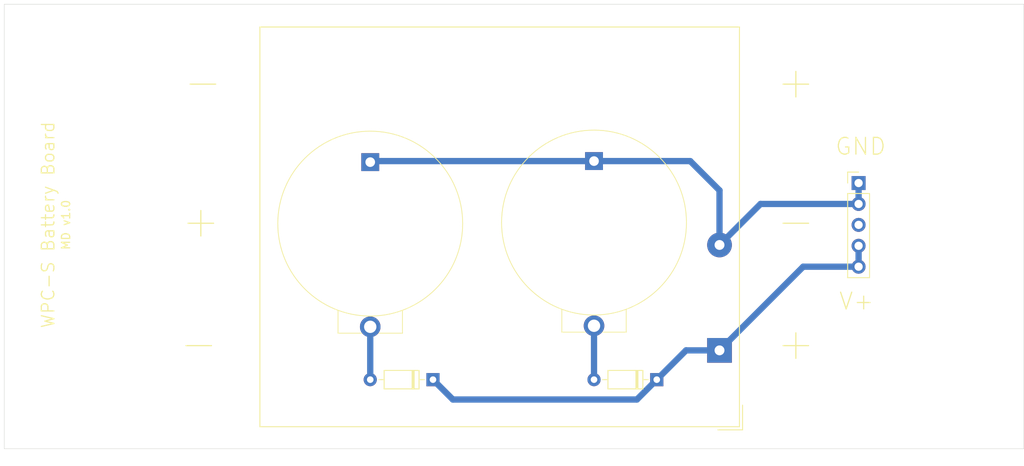
<source format=kicad_pcb>
(kicad_pcb (version 20171130) (host pcbnew 5.1.10-88a1d61d58~88~ubuntu20.04.1)

  (general
    (thickness 1.6)
    (drawings 14)
    (tracks 19)
    (zones 0)
    (modules 10)
    (nets 6)
  )

  (page A4)
  (layers
    (0 F.Cu signal)
    (31 B.Cu signal)
    (32 B.Adhes user)
    (33 F.Adhes user)
    (34 B.Paste user)
    (35 F.Paste user)
    (36 B.SilkS user)
    (37 F.SilkS user)
    (38 B.Mask user)
    (39 F.Mask user)
    (40 Dwgs.User user)
    (41 Cmts.User user)
    (42 Eco1.User user)
    (43 Eco2.User user)
    (44 Edge.Cuts user)
    (45 Margin user)
    (46 B.CrtYd user)
    (47 F.CrtYd user)
    (48 B.Fab user)
    (49 F.Fab user)
  )

  (setup
    (last_trace_width 0.25)
    (user_trace_width 0.508)
    (user_trace_width 0.762)
    (trace_clearance 0.2)
    (zone_clearance 0.508)
    (zone_45_only no)
    (trace_min 0.2)
    (via_size 0.8)
    (via_drill 0.4)
    (via_min_size 0.4)
    (via_min_drill 0.3)
    (uvia_size 0.3)
    (uvia_drill 0.1)
    (uvias_allowed no)
    (uvia_min_size 0.2)
    (uvia_min_drill 0.1)
    (edge_width 0.05)
    (segment_width 0.2)
    (pcb_text_width 0.3)
    (pcb_text_size 1.5 1.5)
    (mod_edge_width 0.12)
    (mod_text_size 1 1)
    (mod_text_width 0.15)
    (pad_size 1.524 1.524)
    (pad_drill 0.762)
    (pad_to_mask_clearance 0)
    (aux_axis_origin 0 0)
    (grid_origin 101.6 117.475)
    (visible_elements FFFFFF7F)
    (pcbplotparams
      (layerselection 0x010fc_ffffffff)
      (usegerberextensions true)
      (usegerberattributes false)
      (usegerberadvancedattributes false)
      (creategerberjobfile false)
      (excludeedgelayer true)
      (linewidth 0.100000)
      (plotframeref false)
      (viasonmask false)
      (mode 1)
      (useauxorigin false)
      (hpglpennumber 1)
      (hpglpenspeed 20)
      (hpglpendiameter 15.000000)
      (psnegative false)
      (psa4output false)
      (plotreference true)
      (plotvalue false)
      (plotinvisibletext false)
      (padsonsilk false)
      (subtractmaskfromsilk true)
      (outputformat 1)
      (mirror false)
      (drillshape 0)
      (scaleselection 1)
      (outputdirectory "gerbers/"))
  )

  (net 0 "")
  (net 1 "Net-(BT1-Pad2)")
  (net 2 "Net-(BT1-Pad1)")
  (net 3 "Net-(J1-Pad3)")
  (net 4 "Net-(BT2-PadPos)")
  (net 5 "Net-(BT3-PadPos)")

  (net_class Default "This is the default net class."
    (clearance 0.2)
    (trace_width 0.25)
    (via_dia 0.8)
    (via_drill 0.4)
    (uvia_dia 0.3)
    (uvia_drill 0.1)
    (add_net "Net-(BT1-Pad1)")
    (add_net "Net-(BT1-Pad2)")
    (add_net "Net-(BT2-PadPos)")
    (add_net "Net-(BT3-PadPos)")
    (add_net "Net-(J1-Pad3)")
  )

  (module Diode_THT:D_DO-35_SOD27_P7.62mm_Horizontal (layer F.Cu) (tedit 5AE50CD5) (tstamp 60AC2D17)
    (at 180.848 109.093 180)
    (descr "Diode, DO-35_SOD27 series, Axial, Horizontal, pin pitch=7.62mm, , length*diameter=4*2mm^2, , http://www.diodes.com/_files/packages/DO-35.pdf")
    (tags "Diode DO-35_SOD27 series Axial Horizontal pin pitch 7.62mm  length 4mm diameter 2mm")
    (path /60AC40AA)
    (fp_text reference D2 (at 3.81 -2.12) (layer F.SilkS) hide
      (effects (font (size 1 1) (thickness 0.15)))
    )
    (fp_text value 1N4148 (at 3.81 2.12) (layer F.Fab)
      (effects (font (size 1 1) (thickness 0.15)))
    )
    (fp_line (start 1.81 -1) (end 1.81 1) (layer F.Fab) (width 0.1))
    (fp_line (start 1.81 1) (end 5.81 1) (layer F.Fab) (width 0.1))
    (fp_line (start 5.81 1) (end 5.81 -1) (layer F.Fab) (width 0.1))
    (fp_line (start 5.81 -1) (end 1.81 -1) (layer F.Fab) (width 0.1))
    (fp_line (start 0 0) (end 1.81 0) (layer F.Fab) (width 0.1))
    (fp_line (start 7.62 0) (end 5.81 0) (layer F.Fab) (width 0.1))
    (fp_line (start 2.41 -1) (end 2.41 1) (layer F.Fab) (width 0.1))
    (fp_line (start 2.51 -1) (end 2.51 1) (layer F.Fab) (width 0.1))
    (fp_line (start 2.31 -1) (end 2.31 1) (layer F.Fab) (width 0.1))
    (fp_line (start 1.69 -1.12) (end 1.69 1.12) (layer F.SilkS) (width 0.12))
    (fp_line (start 1.69 1.12) (end 5.93 1.12) (layer F.SilkS) (width 0.12))
    (fp_line (start 5.93 1.12) (end 5.93 -1.12) (layer F.SilkS) (width 0.12))
    (fp_line (start 5.93 -1.12) (end 1.69 -1.12) (layer F.SilkS) (width 0.12))
    (fp_line (start 1.04 0) (end 1.69 0) (layer F.SilkS) (width 0.12))
    (fp_line (start 6.58 0) (end 5.93 0) (layer F.SilkS) (width 0.12))
    (fp_line (start 2.41 -1.12) (end 2.41 1.12) (layer F.SilkS) (width 0.12))
    (fp_line (start 2.53 -1.12) (end 2.53 1.12) (layer F.SilkS) (width 0.12))
    (fp_line (start 2.29 -1.12) (end 2.29 1.12) (layer F.SilkS) (width 0.12))
    (fp_line (start -1.05 -1.25) (end -1.05 1.25) (layer F.CrtYd) (width 0.05))
    (fp_line (start -1.05 1.25) (end 8.67 1.25) (layer F.CrtYd) (width 0.05))
    (fp_line (start 8.67 1.25) (end 8.67 -1.25) (layer F.CrtYd) (width 0.05))
    (fp_line (start 8.67 -1.25) (end -1.05 -1.25) (layer F.CrtYd) (width 0.05))
    (fp_text user K (at 0 -1.8) (layer F.SilkS) hide
      (effects (font (size 1 1) (thickness 0.15)))
    )
    (fp_text user K (at 0 -1.8) (layer F.Fab)
      (effects (font (size 1 1) (thickness 0.15)))
    )
    (fp_text user %R (at 4.11 0) (layer F.Fab)
      (effects (font (size 0.8 0.8) (thickness 0.12)))
    )
    (pad 2 thru_hole oval (at 7.62 0 180) (size 1.6 1.6) (drill 0.8) (layers *.Cu *.Mask)
      (net 5 "Net-(BT3-PadPos)"))
    (pad 1 thru_hole rect (at 0 0 180) (size 1.6 1.6) (drill 0.8) (layers *.Cu *.Mask)
      (net 2 "Net-(BT1-Pad1)"))
    (model ${KISYS3DMOD}/Diode_THT.3dshapes/D_DO-35_SOD27_P7.62mm_Horizontal.wrl
      (at (xyz 0 0 0))
      (scale (xyz 1 1 1))
      (rotate (xyz 0 0 0))
    )
  )

  (module Diode_THT:D_DO-35_SOD27_P7.62mm_Horizontal (layer F.Cu) (tedit 5AE50CD5) (tstamp 60AC2CF8)
    (at 153.67 109.093 180)
    (descr "Diode, DO-35_SOD27 series, Axial, Horizontal, pin pitch=7.62mm, , length*diameter=4*2mm^2, , http://www.diodes.com/_files/packages/DO-35.pdf")
    (tags "Diode DO-35_SOD27 series Axial Horizontal pin pitch 7.62mm  length 4mm diameter 2mm")
    (path /60AC515D)
    (fp_text reference D1 (at 3.81 -2.12) (layer F.SilkS) hide
      (effects (font (size 1 1) (thickness 0.15)))
    )
    (fp_text value 1N4148 (at 3.81 2.12) (layer F.Fab)
      (effects (font (size 1 1) (thickness 0.15)))
    )
    (fp_line (start 1.81 -1) (end 1.81 1) (layer F.Fab) (width 0.1))
    (fp_line (start 1.81 1) (end 5.81 1) (layer F.Fab) (width 0.1))
    (fp_line (start 5.81 1) (end 5.81 -1) (layer F.Fab) (width 0.1))
    (fp_line (start 5.81 -1) (end 1.81 -1) (layer F.Fab) (width 0.1))
    (fp_line (start 0 0) (end 1.81 0) (layer F.Fab) (width 0.1))
    (fp_line (start 7.62 0) (end 5.81 0) (layer F.Fab) (width 0.1))
    (fp_line (start 2.41 -1) (end 2.41 1) (layer F.Fab) (width 0.1))
    (fp_line (start 2.51 -1) (end 2.51 1) (layer F.Fab) (width 0.1))
    (fp_line (start 2.31 -1) (end 2.31 1) (layer F.Fab) (width 0.1))
    (fp_line (start 1.69 -1.12) (end 1.69 1.12) (layer F.SilkS) (width 0.12))
    (fp_line (start 1.69 1.12) (end 5.93 1.12) (layer F.SilkS) (width 0.12))
    (fp_line (start 5.93 1.12) (end 5.93 -1.12) (layer F.SilkS) (width 0.12))
    (fp_line (start 5.93 -1.12) (end 1.69 -1.12) (layer F.SilkS) (width 0.12))
    (fp_line (start 1.04 0) (end 1.69 0) (layer F.SilkS) (width 0.12))
    (fp_line (start 6.58 0) (end 5.93 0) (layer F.SilkS) (width 0.12))
    (fp_line (start 2.41 -1.12) (end 2.41 1.12) (layer F.SilkS) (width 0.12))
    (fp_line (start 2.53 -1.12) (end 2.53 1.12) (layer F.SilkS) (width 0.12))
    (fp_line (start 2.29 -1.12) (end 2.29 1.12) (layer F.SilkS) (width 0.12))
    (fp_line (start -1.05 -1.25) (end -1.05 1.25) (layer F.CrtYd) (width 0.05))
    (fp_line (start -1.05 1.25) (end 8.67 1.25) (layer F.CrtYd) (width 0.05))
    (fp_line (start 8.67 1.25) (end 8.67 -1.25) (layer F.CrtYd) (width 0.05))
    (fp_line (start 8.67 -1.25) (end -1.05 -1.25) (layer F.CrtYd) (width 0.05))
    (fp_text user K (at 0 -1.8) (layer F.SilkS) hide
      (effects (font (size 1 1) (thickness 0.15)))
    )
    (fp_text user K (at 0 -1.8) (layer F.Fab)
      (effects (font (size 1 1) (thickness 0.15)))
    )
    (fp_text user %R (at 4.11 0) (layer F.Fab)
      (effects (font (size 0.8 0.8) (thickness 0.12)))
    )
    (pad 2 thru_hole oval (at 7.62 0 180) (size 1.6 1.6) (drill 0.8) (layers *.Cu *.Mask)
      (net 4 "Net-(BT2-PadPos)"))
    (pad 1 thru_hole rect (at 0 0 180) (size 1.6 1.6) (drill 0.8) (layers *.Cu *.Mask)
      (net 2 "Net-(BT1-Pad1)"))
    (model ${KISYS3DMOD}/Diode_THT.3dshapes/D_DO-35_SOD27_P7.62mm_Horizontal.wrl
      (at (xyz 0 0 0))
      (scale (xyz 1 1 1))
      (rotate (xyz 0 0 0))
    )
  )

  (module dkbattery:Battery_Holder_Coin_2032_BS-7 (layer F.Cu) (tedit 5ACD0859) (tstamp 60AC2CD9)
    (at 173.228 82.55 270)
    (descr http://www.memoryprotectiondevices.com/datasheets/BS-7-datasheet.pdf)
    (path /60AD4A6A)
    (fp_text reference BT3 (at 7.52856 -12.3063 90) (layer F.SilkS) hide
      (effects (font (size 1 1) (thickness 0.15)))
    )
    (fp_text value CR2032 (at 7.4676 13.56 90) (layer F.Fab)
      (effects (font (size 1 1) (thickness 0.15)))
    )
    (fp_line (start -3.9624 11.43) (end 21.5138 11.43) (layer F.CrtYd) (width 0.05))
    (fp_line (start -3.9624 -11.43) (end 21.5138 -11.43) (layer F.CrtYd) (width 0.05))
    (fp_line (start 21.5138 -11.43) (end 21.5138 11.43) (layer F.CrtYd) (width 0.05))
    (fp_line (start -3.9624 -11.43) (end -3.9624 11.43) (layer F.CrtYd) (width 0.05))
    (fp_line (start 20.7772 3.9116) (end 20.7772 1.0668) (layer F.SilkS) (width 0.1))
    (fp_line (start 20.7772 -3.9116) (end 20.7772 -1.0668) (layer F.SilkS) (width 0.1))
    (fp_line (start 18.034 3.9116) (end 20.7772 3.9116) (layer F.SilkS) (width 0.1))
    (fp_line (start 18.034 -3.9116) (end 20.7772 -3.9116) (layer F.SilkS) (width 0.1))
    (fp_line (start 20.6756 -3.81) (end 20.6756 3.81) (layer F.Fab) (width 0.1))
    (fp_line (start 17.9832 3.81) (end 20.6756 3.81) (layer F.Fab) (width 0.1))
    (fp_line (start 17.9832 -3.81) (end 20.6756 -3.81) (layer F.Fab) (width 0.1))
    (fp_circle (center 7.4676 0) (end -3.7592 0) (layer F.SilkS) (width 0.1))
    (fp_circle (center 7.4676 0) (end -3.7084 0) (layer F.Fab) (width 0.1))
    (fp_text user %R (at 7.4676 0 90) (layer F.Fab)
      (effects (font (size 1 1) (thickness 0.15)))
    )
    (pad Pos thru_hole circle (at 20 0 270) (size 2.5 2.5) (drill 1.5) (layers *.Cu *.Mask)
      (net 5 "Net-(BT3-PadPos)"))
    (pad Neg thru_hole rect (at 0 0 270) (size 2.17 2.17) (drill 1.17) (layers *.Cu *.Mask)
      (net 1 "Net-(BT1-Pad2)"))
  )

  (module dkbattery:Battery_Holder_Coin_2032_BS-7 (layer F.Cu) (tedit 5ACD0859) (tstamp 60AC01FF)
    (at 146.05 82.677 270)
    (descr http://www.memoryprotectiondevices.com/datasheets/BS-7-datasheet.pdf)
    (path /60AD1813)
    (fp_text reference BT2 (at 7.52856 -12.3063 90) (layer F.SilkS) hide
      (effects (font (size 1 1) (thickness 0.15)))
    )
    (fp_text value CR2032 (at 7.4676 13.56 90) (layer F.Fab)
      (effects (font (size 1 1) (thickness 0.15)))
    )
    (fp_line (start -3.9624 11.43) (end 21.5138 11.43) (layer F.CrtYd) (width 0.05))
    (fp_line (start -3.9624 -11.43) (end 21.5138 -11.43) (layer F.CrtYd) (width 0.05))
    (fp_line (start 21.5138 -11.43) (end 21.5138 11.43) (layer F.CrtYd) (width 0.05))
    (fp_line (start -3.9624 -11.43) (end -3.9624 11.43) (layer F.CrtYd) (width 0.05))
    (fp_line (start 20.7772 3.9116) (end 20.7772 1.0668) (layer F.SilkS) (width 0.1))
    (fp_line (start 20.7772 -3.9116) (end 20.7772 -1.0668) (layer F.SilkS) (width 0.1))
    (fp_line (start 18.034 3.9116) (end 20.7772 3.9116) (layer F.SilkS) (width 0.1))
    (fp_line (start 18.034 -3.9116) (end 20.7772 -3.9116) (layer F.SilkS) (width 0.1))
    (fp_line (start 20.6756 -3.81) (end 20.6756 3.81) (layer F.Fab) (width 0.1))
    (fp_line (start 17.9832 3.81) (end 20.6756 3.81) (layer F.Fab) (width 0.1))
    (fp_line (start 17.9832 -3.81) (end 20.6756 -3.81) (layer F.Fab) (width 0.1))
    (fp_circle (center 7.4676 0) (end -3.7592 0) (layer F.SilkS) (width 0.1))
    (fp_circle (center 7.4676 0) (end -3.7084 0) (layer F.Fab) (width 0.1))
    (fp_text user %R (at 7.4676 0 90) (layer F.Fab)
      (effects (font (size 1 1) (thickness 0.15)))
    )
    (pad Pos thru_hole circle (at 20 0 270) (size 2.5 2.5) (drill 1.5) (layers *.Cu *.Mask)
      (net 4 "Net-(BT2-PadPos)"))
    (pad Neg thru_hole rect (at 0 0 270) (size 2.17 2.17) (drill 1.17) (layers *.Cu *.Mask)
      (net 1 "Net-(BT1-Pad2)"))
  )

  (module MountingHole:MountingHole_5mm (layer F.Cu) (tedit 56D1B4CB) (tstamp 60AC56CD)
    (at 219.86875 112.7125)
    (descr "Mounting Hole 5mm, no annular")
    (tags "mounting hole 5mm no annular")
    (path /60AC673E)
    (attr virtual)
    (fp_text reference H4 (at 0 -6) (layer F.SilkS) hide
      (effects (font (size 1 1) (thickness 0.15)))
    )
    (fp_text value MountingHole (at 0 6) (layer F.Fab)
      (effects (font (size 1 1) (thickness 0.15)))
    )
    (fp_circle (center 0 0) (end 5.25 0) (layer F.CrtYd) (width 0.05))
    (fp_circle (center 0 0) (end 5 0) (layer Cmts.User) (width 0.15))
    (fp_text user %R (at 0.3 0) (layer F.Fab)
      (effects (font (size 1 1) (thickness 0.15)))
    )
    (pad 1 np_thru_hole circle (at 0 0) (size 5 5) (drill 5) (layers *.Cu *.Mask))
  )

  (module MountingHole:MountingHole_5mm (layer F.Cu) (tedit 56D1B4CB) (tstamp 60AC56C5)
    (at 219.86875 68.2625)
    (descr "Mounting Hole 5mm, no annular")
    (tags "mounting hole 5mm no annular")
    (path /60AC64C4)
    (attr virtual)
    (fp_text reference H3 (at 0 -6) (layer F.SilkS) hide
      (effects (font (size 1 1) (thickness 0.15)))
    )
    (fp_text value MountingHole (at 0 6) (layer F.Fab)
      (effects (font (size 1 1) (thickness 0.15)))
    )
    (fp_circle (center 0 0) (end 5.25 0) (layer F.CrtYd) (width 0.05))
    (fp_circle (center 0 0) (end 5 0) (layer Cmts.User) (width 0.15))
    (fp_text user %R (at 0.3 0) (layer F.Fab)
      (effects (font (size 1 1) (thickness 0.15)))
    )
    (pad 1 np_thru_hole circle (at 0 0) (size 5 5) (drill 5) (layers *.Cu *.Mask))
  )

  (module MountingHole:MountingHole_5mm (layer F.Cu) (tedit 56D1B4CB) (tstamp 60AC56BD)
    (at 106.3625 112.7125)
    (descr "Mounting Hole 5mm, no annular")
    (tags "mounting hole 5mm no annular")
    (path /60AC6321)
    (attr virtual)
    (fp_text reference H2 (at 0 -6) (layer F.SilkS) hide
      (effects (font (size 1 1) (thickness 0.15)))
    )
    (fp_text value MountingHole (at 0 6) (layer F.Fab)
      (effects (font (size 1 1) (thickness 0.15)))
    )
    (fp_circle (center 0 0) (end 5.25 0) (layer F.CrtYd) (width 0.05))
    (fp_circle (center 0 0) (end 5 0) (layer Cmts.User) (width 0.15))
    (fp_text user %R (at 0.3 0) (layer F.Fab)
      (effects (font (size 1 1) (thickness 0.15)))
    )
    (pad 1 np_thru_hole circle (at 0 0) (size 5 5) (drill 5) (layers *.Cu *.Mask))
  )

  (module MountingHole:MountingHole_5mm (layer F.Cu) (tedit 56D1B4CB) (tstamp 60AC56B5)
    (at 106.3625 68.2625)
    (descr "Mounting Hole 5mm, no annular")
    (tags "mounting hole 5mm no annular")
    (path /60AC5706)
    (attr virtual)
    (fp_text reference H1 (at 0 -6) (layer F.SilkS) hide
      (effects (font (size 1 1) (thickness 0.15)))
    )
    (fp_text value MountingHole (at 0 6) (layer F.Fab)
      (effects (font (size 1 1) (thickness 0.15)))
    )
    (fp_circle (center 0 0) (end 5.25 0) (layer F.CrtYd) (width 0.05))
    (fp_circle (center 0 0) (end 5 0) (layer Cmts.User) (width 0.15))
    (fp_text user %R (at 0.3 0) (layer F.Fab)
      (effects (font (size 1 1) (thickness 0.15)))
    )
    (pad 1 np_thru_hole circle (at 0 0) (size 5 5) (drill 5) (layers *.Cu *.Mask))
  )

  (module Connector_PinHeader_2.54mm:PinHeader_1x05_P2.54mm_Vertical (layer F.Cu) (tedit 59FED5CC) (tstamp 60AC0218)
    (at 205.359 85.217)
    (descr "Through hole straight pin header, 1x05, 2.54mm pitch, single row")
    (tags "Through hole pin header THT 1x05 2.54mm single row")
    (path /60ABEAA0)
    (fp_text reference J1 (at 0 -2.33) (layer F.SilkS) hide
      (effects (font (size 1 1) (thickness 0.15)))
    )
    (fp_text value "Molex 70543-0004" (at 0 12.49) (layer F.Fab)
      (effects (font (size 1 1) (thickness 0.15)))
    )
    (fp_line (start 1.8 -1.8) (end -1.8 -1.8) (layer F.CrtYd) (width 0.05))
    (fp_line (start 1.8 11.95) (end 1.8 -1.8) (layer F.CrtYd) (width 0.05))
    (fp_line (start -1.8 11.95) (end 1.8 11.95) (layer F.CrtYd) (width 0.05))
    (fp_line (start -1.8 -1.8) (end -1.8 11.95) (layer F.CrtYd) (width 0.05))
    (fp_line (start -1.33 -1.33) (end 0 -1.33) (layer F.SilkS) (width 0.12))
    (fp_line (start -1.33 0) (end -1.33 -1.33) (layer F.SilkS) (width 0.12))
    (fp_line (start -1.33 1.27) (end 1.33 1.27) (layer F.SilkS) (width 0.12))
    (fp_line (start 1.33 1.27) (end 1.33 11.49) (layer F.SilkS) (width 0.12))
    (fp_line (start -1.33 1.27) (end -1.33 11.49) (layer F.SilkS) (width 0.12))
    (fp_line (start -1.33 11.49) (end 1.33 11.49) (layer F.SilkS) (width 0.12))
    (fp_line (start -1.27 -0.635) (end -0.635 -1.27) (layer F.Fab) (width 0.1))
    (fp_line (start -1.27 11.43) (end -1.27 -0.635) (layer F.Fab) (width 0.1))
    (fp_line (start 1.27 11.43) (end -1.27 11.43) (layer F.Fab) (width 0.1))
    (fp_line (start 1.27 -1.27) (end 1.27 11.43) (layer F.Fab) (width 0.1))
    (fp_line (start -0.635 -1.27) (end 1.27 -1.27) (layer F.Fab) (width 0.1))
    (fp_text user %R (at 0 5.08 90) (layer F.Fab)
      (effects (font (size 1 1) (thickness 0.15)))
    )
    (pad 5 thru_hole oval (at 0 10.16) (size 1.7 1.7) (drill 1) (layers *.Cu *.Mask)
      (net 2 "Net-(BT1-Pad1)"))
    (pad 4 thru_hole oval (at 0 7.62) (size 1.7 1.7) (drill 1) (layers *.Cu *.Mask)
      (net 2 "Net-(BT1-Pad1)"))
    (pad 3 thru_hole oval (at 0 5.08) (size 1.7 1.7) (drill 1) (layers *.Cu *.Mask)
      (net 3 "Net-(J1-Pad3)"))
    (pad 2 thru_hole oval (at 0 2.54) (size 1.7 1.7) (drill 1) (layers *.Cu *.Mask)
      (net 1 "Net-(BT1-Pad2)"))
    (pad 1 thru_hole rect (at 0 0) (size 1.7 1.7) (drill 1) (layers *.Cu *.Mask)
      (net 1 "Net-(BT1-Pad2)"))
    (model ${KISYS3DMOD}/Connector_PinHeader_2.54mm.3dshapes/PinHeader_1x05_P2.54mm_Vertical.wrl
      (at (xyz 0 0 0))
      (scale (xyz 1 1 1))
      (rotate (xyz 0 0 0))
    )
  )

  (module Battery:BatteryHolder_TruPower_BH-331P_3xAA (layer F.Cu) (tedit 5C55E623) (tstamp 60AC01D4)
    (at 188.468 105.537 180)
    (descr "Keystone Battery Holder BH-331P Battery Type 3xAA (Script generated with StandardBox.py) (Keystone Battery Holder BH-331P Battery Type 3xAA)")
    (tags "Battery Holder BH-331P Battery Type 3xAA")
    (path /60ABF2BB)
    (fp_text reference BT1 (at 0.2 -10.35) (layer F.SilkS) hide
      (effects (font (size 1 1) (thickness 0.15)))
    )
    (fp_text value 3xAA (at 26.7 40.15) (layer F.Fab)
      (effects (font (size 1 1) (thickness 0.15)))
    )
    (fp_line (start -2.55 -9.4) (end -2.55 39.4) (layer F.CrtYd) (width 0.05))
    (fp_line (start -2.55 39.4) (end 55.95 39.4) (layer F.CrtYd) (width 0.05))
    (fp_line (start 55.95 -9.4) (end 55.95 39.4) (layer F.CrtYd) (width 0.05))
    (fp_line (start -2.55 -9.4) (end 55.95 -9.4) (layer F.CrtYd) (width 0.05))
    (fp_line (start -2.42 -9.27) (end -2.42 39.27) (layer F.SilkS) (width 0.12))
    (fp_line (start -2.42 39.27) (end 55.82 39.27) (layer F.SilkS) (width 0.12))
    (fp_line (start 55.82 -9.27) (end 55.82 39.27) (layer F.SilkS) (width 0.12))
    (fp_line (start -2.42 -9.27) (end 55.82 -9.27) (layer F.SilkS) (width 0.12))
    (fp_line (start -2.8 -9.65) (end 0.2 -9.65) (layer F.SilkS) (width 0.12))
    (fp_line (start -2.8 -6.65) (end -2.8 -9.65) (layer F.SilkS) (width 0.12))
    (fp_line (start -2.3 -8.15) (end -1.3 -9.15) (layer F.Fab) (width 0.1))
    (fp_line (start -2.3 39.15) (end -2.3 -8.15) (layer F.Fab) (width 0.1))
    (fp_line (start 55.7 39.15) (end -2.3 39.15) (layer F.Fab) (width 0.1))
    (fp_line (start 55.7 -9.15) (end 55.7 39.15) (layer F.Fab) (width 0.1))
    (fp_line (start -1.3 -9.15) (end 55.7 -9.15) (layer F.Fab) (width 0.1))
    (fp_text user + (at -4.5 0) (layer F.SilkS) hide
      (effects (font (size 2.999999 2.999999) (thickness 0.15)))
    )
    (fp_text user %R (at 26.7 15) (layer F.Fab)
      (effects (font (size 1 1) (thickness 0.15)))
    )
    (pad "" np_thru_hole circle (at 26.7 30 180) (size 3.5 3.5) (drill 3.5) (layers *.Cu *.Mask))
    (pad "" np_thru_hole circle (at 26.7 0 180) (size 3.5 3.5) (drill 3.5) (layers *.Cu *.Mask))
    (pad 2 thru_hole circle (at 0 12.8 180) (size 3 3) (drill 1.2) (layers *.Cu *.Mask)
      (net 1 "Net-(BT1-Pad2)"))
    (pad 1 thru_hole rect (at 0 0 180) (size 3 3) (drill 1.2) (layers *.Cu *.Mask)
      (net 2 "Net-(BT1-Pad1)"))
    (model ${KISYS3DMOD}/Battery.3dshapes/BatteryHolder_TruPower_BH-331P_3xAA.wrl
      (at (xyz 0 0 0))
      (scale (xyz 1 1 1))
      (rotate (xyz 0 0 0))
    )
  )

  (gr_text "MD v1.0" (at 109.093 90.297 90) (layer F.SilkS)
    (effects (font (size 1 1) (thickness 0.15)))
  )
  (gr_text "WPC-S Battery Board" (at 106.934 90.297 90) (layer F.SilkS)
    (effects (font (size 1.524 1.524) (thickness 0.15)))
  )
  (gr_text V+ (at 205.105 99.568) (layer F.SilkS)
    (effects (font (size 2.032 2.032) (thickness 0.15)))
  )
  (gr_text GND (at 205.613 80.772) (layer F.SilkS)
    (effects (font (size 2.032 2.032) (thickness 0.15)))
  )
  (gr_text - (at 125.73 73.533 180) (layer F.SilkS)
    (effects (font (size 4.064 4.064) (thickness 0.15)))
  )
  (gr_text + (at 125.476 90.424 180) (layer F.SilkS)
    (effects (font (size 4.064 4.064) (thickness 0.15)))
  )
  (gr_text - (at 125.222 105.283 180) (layer F.SilkS)
    (effects (font (size 4.064 4.064) (thickness 0.15)))
  )
  (gr_text + (at 197.739 73.533 180) (layer F.SilkS) (tstamp 60ABFC64)
    (effects (font (size 4.064 4.064) (thickness 0.15)))
  )
  (gr_text - (at 197.739 90.424 180) (layer F.SilkS)
    (effects (font (size 4.064 4.064) (thickness 0.15)))
  )
  (gr_text + (at 197.739 105.283 180) (layer F.SilkS)
    (effects (font (size 4.064 4.064) (thickness 0.15)))
  )
  (gr_line (start 101.6 117.475) (end 101.6 63.5) (layer Edge.Cuts) (width 0.05) (tstamp 60AC0286))
  (gr_line (start 225.425 117.475) (end 101.6 117.475) (layer Edge.Cuts) (width 0.05))
  (gr_line (start 225.425 63.5) (end 225.425 117.475) (layer Edge.Cuts) (width 0.05))
  (gr_line (start 101.6 63.5) (end 225.425 63.5) (layer Edge.Cuts) (width 0.05))

  (segment (start 205.359 87.757) (end 205.359 85.217) (width 0.762) (layer B.Cu) (net 1))
  (segment (start 193.448 87.757) (end 188.468 92.737) (width 0.762) (layer B.Cu) (net 1))
  (segment (start 205.359 87.757) (end 193.448 87.757) (width 0.762) (layer B.Cu) (net 1))
  (segment (start 146.177 82.55) (end 146.05 82.677) (width 0.762) (layer B.Cu) (net 1))
  (segment (start 173.228 82.55) (end 146.177 82.55) (width 0.762) (layer B.Cu) (net 1))
  (segment (start 184.912 82.55) (end 173.228 82.55) (width 0.762) (layer B.Cu) (net 1))
  (segment (start 188.468 86.106) (end 184.912 82.55) (width 0.762) (layer B.Cu) (net 1))
  (segment (start 188.468 92.737) (end 188.468 86.106) (width 0.762) (layer B.Cu) (net 1))
  (segment (start 205.359 95.377) (end 205.359 92.837) (width 0.762) (layer B.Cu) (net 2))
  (segment (start 198.628 95.377) (end 188.468 105.537) (width 0.762) (layer B.Cu) (net 2))
  (segment (start 205.359 95.377) (end 198.628 95.377) (width 0.762) (layer B.Cu) (net 2))
  (segment (start 184.404 105.537) (end 180.848 109.093) (width 0.762) (layer B.Cu) (net 2))
  (segment (start 188.468 105.537) (end 184.404 105.537) (width 0.762) (layer B.Cu) (net 2))
  (segment (start 180.848 109.093) (end 178.435 111.506) (width 0.762) (layer B.Cu) (net 2))
  (segment (start 156.083 111.506) (end 153.67 109.093) (width 0.762) (layer B.Cu) (net 2))
  (segment (start 178.435 111.506) (end 156.083 111.506) (width 0.762) (layer B.Cu) (net 2))
  (segment (start 146.05 102.997) (end 146.177 102.87) (width 0.762) (layer B.Cu) (net 4))
  (segment (start 146.05 109.093) (end 146.05 102.677) (width 0.762) (layer B.Cu) (net 4))
  (segment (start 173.228 109.093) (end 173.228 102.55) (width 0.762) (layer B.Cu) (net 5))

)

</source>
